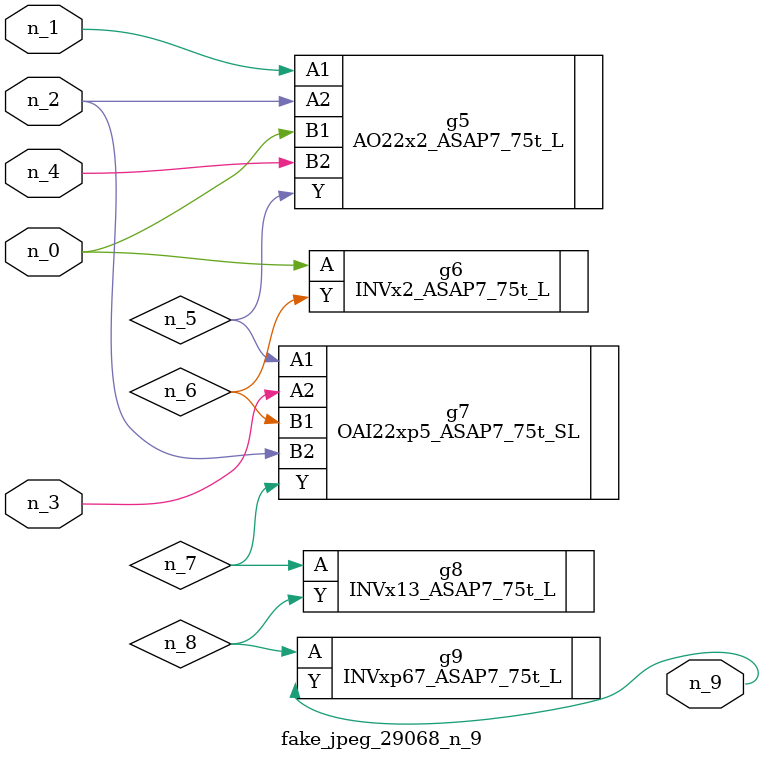
<source format=v>
module fake_jpeg_29068_n_9 (n_3, n_2, n_1, n_0, n_4, n_9);

input n_3;
input n_2;
input n_1;
input n_0;
input n_4;

output n_9;

wire n_8;
wire n_6;
wire n_5;
wire n_7;

AO22x2_ASAP7_75t_L g5 ( 
.A1(n_1),
.A2(n_2),
.B1(n_0),
.B2(n_4),
.Y(n_5)
);

INVx2_ASAP7_75t_L g6 ( 
.A(n_0),
.Y(n_6)
);

OAI22xp5_ASAP7_75t_SL g7 ( 
.A1(n_5),
.A2(n_3),
.B1(n_6),
.B2(n_2),
.Y(n_7)
);

INVx13_ASAP7_75t_L g8 ( 
.A(n_7),
.Y(n_8)
);

INVxp67_ASAP7_75t_L g9 ( 
.A(n_8),
.Y(n_9)
);


endmodule
</source>
